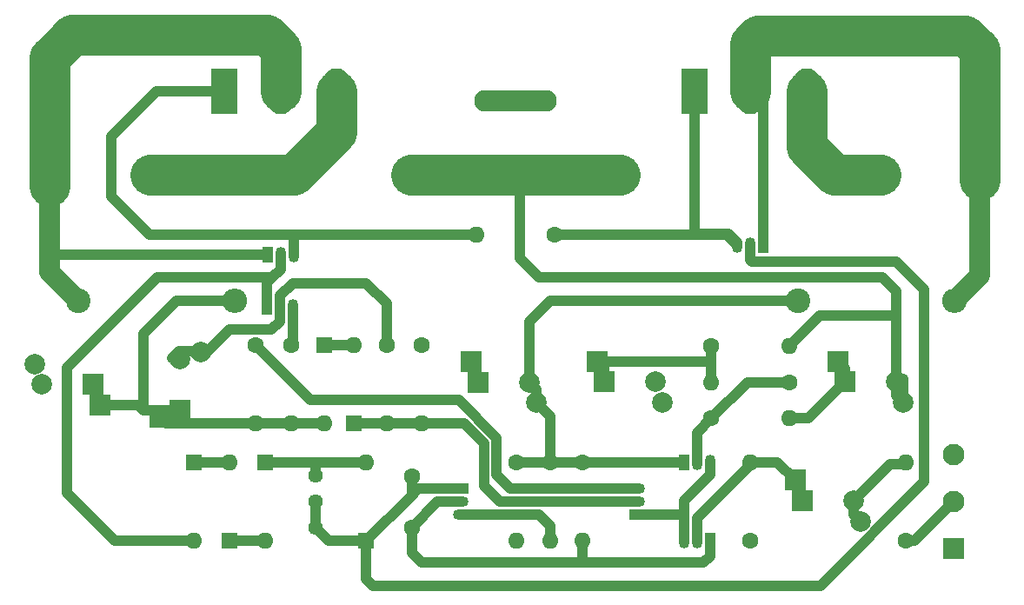
<source format=gbr>
%TF.GenerationSoftware,KiCad,Pcbnew,(6.0.0)*%
%TF.CreationDate,2022-08-29T21:40:36+01:00*%
%TF.ProjectId,Lynx amp Mini,4c796e78-2061-46d7-9020-4d696e692e6b,rev?*%
%TF.SameCoordinates,Original*%
%TF.FileFunction,Copper,L1,Top*%
%TF.FilePolarity,Positive*%
%FSLAX46Y46*%
G04 Gerber Fmt 4.6, Leading zero omitted, Abs format (unit mm)*
G04 Created by KiCad (PCBNEW (6.0.0)) date 2022-08-29 21:40:36*
%MOMM*%
%LPD*%
G01*
G04 APERTURE LIST*
G04 Aperture macros list*
%AMRoundRect*
0 Rectangle with rounded corners*
0 $1 Rounding radius*
0 $2 $3 $4 $5 $6 $7 $8 $9 X,Y pos of 4 corners*
0 Add a 4 corners polygon primitive as box body*
4,1,4,$2,$3,$4,$5,$6,$7,$8,$9,$2,$3,0*
0 Add four circle primitives for the rounded corners*
1,1,$1+$1,$2,$3*
1,1,$1+$1,$4,$5*
1,1,$1+$1,$6,$7*
1,1,$1+$1,$8,$9*
0 Add four rect primitives between the rounded corners*
20,1,$1+$1,$2,$3,$4,$5,0*
20,1,$1+$1,$4,$5,$6,$7,0*
20,1,$1+$1,$6,$7,$8,$9,0*
20,1,$1+$1,$8,$9,$2,$3,0*%
G04 Aperture macros list end*
%TA.AperFunction,ComponentPad*%
%ADD10RoundRect,0.250001X0.799999X-0.799999X0.799999X0.799999X-0.799999X0.799999X-0.799999X-0.799999X0*%
%TD*%
%TA.AperFunction,ComponentPad*%
%ADD11C,2.100000*%
%TD*%
%TA.AperFunction,ComponentPad*%
%ADD12C,1.600000*%
%TD*%
%TA.AperFunction,ComponentPad*%
%ADD13O,1.600000X1.600000*%
%TD*%
%TA.AperFunction,ComponentPad*%
%ADD14R,1.600000X1.600000*%
%TD*%
%TA.AperFunction,ComponentPad*%
%ADD15C,2.400000*%
%TD*%
%TA.AperFunction,ComponentPad*%
%ADD16O,2.400000X2.400000*%
%TD*%
%TA.AperFunction,ComponentPad*%
%ADD17R,2.000000X2.000000*%
%TD*%
%TA.AperFunction,ComponentPad*%
%ADD18C,2.000000*%
%TD*%
%TA.AperFunction,ComponentPad*%
%ADD19O,5.000000X2.100000*%
%TD*%
%TA.AperFunction,ComponentPad*%
%ADD20R,1.050000X1.500000*%
%TD*%
%TA.AperFunction,ComponentPad*%
%ADD21O,1.050000X1.500000*%
%TD*%
%TA.AperFunction,ComponentPad*%
%ADD22R,1.500000X1.050000*%
%TD*%
%TA.AperFunction,ComponentPad*%
%ADD23O,1.500000X1.050000*%
%TD*%
%TA.AperFunction,ComponentPad*%
%ADD24O,2.100000X5.000000*%
%TD*%
%TA.AperFunction,ComponentPad*%
%ADD25C,1.440000*%
%TD*%
%TA.AperFunction,ComponentPad*%
%ADD26R,2.500000X4.500000*%
%TD*%
%TA.AperFunction,ComponentPad*%
%ADD27O,2.500000X4.500000*%
%TD*%
%TA.AperFunction,Conductor*%
%ADD28C,1.000000*%
%TD*%
%TA.AperFunction,Conductor*%
%ADD29C,4.000000*%
%TD*%
%TA.AperFunction,Conductor*%
%ADD30C,2.000000*%
%TD*%
G04 APERTURE END LIST*
D10*
%TO.P,POT opt,1,1*%
%TO.N,IN*%
X167460000Y-82387911D03*
D11*
%TO.P,POT opt,2,2*%
%TO.N,Net-(R1-Pad1)*%
X167460000Y-77787911D03*
%TO.P,POT opt,3,3*%
%TO.N,GND*%
X167460000Y-73187911D03*
%TD*%
D12*
%TO.P,R8,1*%
%TO.N,Net-(Q3-Pad2)*%
X143867094Y-69658167D03*
D13*
%TO.P,R8,2*%
%TO.N,Net-(C5-Pad1)*%
X151487094Y-69658167D03*
%TD*%
D14*
%TO.P,D5,1,K*%
%TO.N,Net-(D5-Pad1)*%
X96920823Y-81620000D03*
D13*
%TO.P,D5,2,A*%
%TO.N,Net-(D4-Pad1)*%
X96920823Y-74000000D03*
%TD*%
D12*
%TO.P,R15,1*%
%TO.N,Net-(Q7-Pad3)*%
X128605000Y-51770000D03*
D13*
%TO.P,R15,2*%
%TO.N,Net-(Q6-Pad3)*%
X120985000Y-51770000D03*
%TD*%
D12*
%TO.P,R6,1*%
%TO.N,Net-(C6-Pad2)*%
X124897305Y-73940000D03*
D13*
%TO.P,R6,2*%
%TO.N,GND*%
X124897305Y-81560000D03*
%TD*%
D15*
%TO.P,R16,1*%
%TO.N,OUT*%
X114600000Y-45967234D03*
D16*
%TO.P,R16,2*%
%TO.N,Net-(Q8-Pad3)*%
X89200000Y-45967234D03*
%TD*%
D17*
%TO.P,C2,1*%
%TO.N,Net-(C2-Pad1)*%
X133464628Y-66130000D03*
X132792484Y-64130000D03*
D18*
%TO.P,C2,2*%
%TO.N,GND*%
X138464628Y-66130000D03*
X139136772Y-68130000D03*
%TD*%
D15*
%TO.P,R13,1*%
%TO.N,Net-(C6-Pad2)*%
X152300000Y-58217966D03*
D16*
%TO.P,R13,2*%
%TO.N,-VDC*%
X167540000Y-58217966D03*
%TD*%
D19*
%TO.P,J2,1,Pin_1*%
%TO.N,OUT*%
X126352500Y-45967234D03*
X123272500Y-45967234D03*
%TD*%
D12*
%TO.P,R11,1*%
%TO.N,Net-(C6-Pad2)*%
X128147305Y-73940000D03*
D13*
%TO.P,R11,2*%
%TO.N,Net-(Q4-Pad3)*%
X128147305Y-81560000D03*
%TD*%
D20*
%TO.P,Q7,1,C*%
%TO.N,-VDC*%
X148960000Y-52820000D03*
D21*
%TO.P,Q7,2,B*%
%TO.N,Net-(C3-Pad2)*%
X147690000Y-52820000D03*
%TO.P,Q7,3,E*%
%TO.N,Net-(Q7-Pad3)*%
X146420000Y-52820000D03*
%TD*%
D20*
%TO.P,Q6,1,C*%
%TO.N,+VDC*%
X100630000Y-53739003D03*
D21*
%TO.P,Q6,2,B*%
%TO.N,Net-(D4-Pad2)*%
X101900000Y-53739003D03*
%TO.P,Q6,3,E*%
%TO.N,Net-(Q6-Pad3)*%
X103170000Y-53739003D03*
%TD*%
D22*
%TO.P,Q2,1,C*%
%TO.N,Net-(Q1-Pad3)*%
X136677094Y-79040588D03*
D23*
%TO.P,Q2,2,B*%
%TO.N,Net-(D2-Pad1)*%
X136677094Y-77770588D03*
%TO.P,Q2,3,E*%
%TO.N,Net-(Q2-Pad3)*%
X136677094Y-76500588D03*
%TD*%
D12*
%TO.P,R4,1*%
%TO.N,Net-(Q2-Pad3)*%
X99514628Y-62540000D03*
D13*
%TO.P,R4,2*%
%TO.N,Net-(C4-Pad1)*%
X99514628Y-70160000D03*
%TD*%
D14*
%TO.P,D2,1,K*%
%TO.N,Net-(D2-Pad1)*%
X109068454Y-70160000D03*
D13*
%TO.P,D2,2,A*%
%TO.N,Net-(D1-Pad1)*%
X109068454Y-62540000D03*
%TD*%
D12*
%TO.P,C3,1*%
%TO.N,Net-(C3-Pad1)*%
X114697425Y-80310000D03*
%TO.P,C3,2*%
%TO.N,Net-(C3-Pad2)*%
X114697425Y-75310000D03*
%TD*%
D17*
%TO.P,C1,1*%
%TO.N,Net-(C1-Pad1)*%
X152704417Y-77695411D03*
X152032273Y-75695411D03*
D18*
%TO.P,C1,2*%
%TO.N,Net-(C1-Pad2)*%
X157704417Y-77695411D03*
X158376561Y-79695411D03*
%TD*%
D24*
%TO.P,J3,1,Pin_1*%
%TO.N,-VDC*%
X169970000Y-42412616D03*
X169970000Y-45492616D03*
%TD*%
D14*
%TO.P,D3,1,K*%
%TO.N,Net-(C3-Pad2)*%
X110275823Y-81620000D03*
D13*
%TO.P,D3,2,A*%
%TO.N,Net-(D3-Pad2)*%
X110275823Y-74000000D03*
%TD*%
D25*
%TO.P,RV2,1,1*%
%TO.N,Net-(D3-Pad2)*%
X105340823Y-75260000D03*
%TO.P,RV2,2,2*%
%TO.N,Net-(C3-Pad2)*%
X105340823Y-77800000D03*
%TO.P,RV2,3,3*%
X105340823Y-80340000D03*
%TD*%
D17*
%TO.P,C7,1*%
%TO.N,Net-(C4-Pad1)*%
X84312144Y-68380000D03*
X83640000Y-66380000D03*
D18*
%TO.P,C7,2*%
%TO.N,GND*%
X77967856Y-64380000D03*
X78640000Y-66380000D03*
%TD*%
D14*
%TO.P,D4,1,K*%
%TO.N,Net-(D4-Pad1)*%
X93435823Y-74000000D03*
D13*
%TO.P,D4,2,A*%
%TO.N,Net-(D4-Pad2)*%
X93435823Y-81620000D03*
%TD*%
D20*
%TO.P,Q1,1,C*%
%TO.N,Net-(C3-Pad1)*%
X143747094Y-81611769D03*
D21*
%TO.P,Q1,2,B*%
%TO.N,Net-(C1-Pad1)*%
X142477094Y-81611769D03*
%TO.P,Q1,3,E*%
%TO.N,Net-(Q1-Pad3)*%
X141207094Y-81611769D03*
%TD*%
D17*
%TO.P,C6,1*%
%TO.N,GND*%
X121165135Y-66150000D03*
X120492991Y-64150000D03*
D18*
%TO.P,C6,2*%
%TO.N,Net-(C6-Pad2)*%
X126837279Y-68150000D03*
X126165135Y-66150000D03*
%TD*%
D22*
%TO.P,Q4,1,C*%
%TO.N,Net-(C3-Pad2)*%
X119447425Y-76540000D03*
D23*
%TO.P,Q4,2,B*%
%TO.N,Net-(C3-Pad1)*%
X119447425Y-77810000D03*
%TO.P,Q4,3,E*%
%TO.N,Net-(Q4-Pad3)*%
X119447425Y-79080000D03*
%TD*%
D14*
%TO.P,D6,1,K*%
%TO.N,Net-(D3-Pad2)*%
X100405823Y-74000000D03*
D13*
%TO.P,D6,2,A*%
%TO.N,Net-(D5-Pad1)*%
X100405823Y-81620000D03*
%TD*%
D20*
%TO.P,Q5,1,C*%
%TO.N,Net-(D4-Pad2)*%
X100600000Y-58807591D03*
D21*
%TO.P,Q5,2,B*%
%TO.N,Net-(C4-Pad2)*%
X101870000Y-58807591D03*
%TO.P,Q5,3,E*%
%TO.N,Net-(Q5-Pad3)*%
X103140000Y-58807591D03*
%TD*%
D24*
%TO.P,J4,1,Pin_1*%
%TO.N,+VDC*%
X79390000Y-42377616D03*
X79390000Y-45457616D03*
%TD*%
D12*
%TO.P,R9,1*%
%TO.N,Net-(Q3-Pad2)*%
X151487094Y-66157650D03*
D13*
%TO.P,R9,2*%
%TO.N,Net-(C2-Pad1)*%
X143867094Y-66157650D03*
%TD*%
D20*
%TO.P,Q3,1,C*%
%TO.N,Net-(C6-Pad2)*%
X141207094Y-73994208D03*
D21*
%TO.P,Q3,2,B*%
%TO.N,Net-(Q3-Pad2)*%
X142477094Y-73994208D03*
%TO.P,Q3,3,E*%
%TO.N,Net-(Q1-Pad3)*%
X143747094Y-73994208D03*
%TD*%
D26*
%TO.P,Q9,1,B*%
%TO.N,Net-(Q7-Pad3)*%
X142240000Y-37777234D03*
D27*
%TO.P,Q9,2,C*%
%TO.N,-VDC*%
X147690000Y-37777234D03*
%TO.P,Q9,3,E*%
%TO.N,Net-(Q9-Pad3)*%
X153140000Y-37777234D03*
%TD*%
D19*
%TO.P,J7,1,Pin_1*%
%TO.N,GND*%
X126352500Y-38779797D03*
X123272500Y-38779797D03*
%TD*%
D12*
%TO.P,R1,1*%
%TO.N,Net-(R1-Pad1)*%
X162789594Y-81597911D03*
D13*
%TO.P,R1,2*%
%TO.N,Net-(C1-Pad2)*%
X162789594Y-73977911D03*
%TD*%
D12*
%TO.P,R5,1*%
%TO.N,GND*%
X115687968Y-62540000D03*
D13*
%TO.P,R5,2*%
%TO.N,Net-(D2-Pad1)*%
X115687968Y-70160000D03*
%TD*%
D15*
%TO.P,R17,1*%
%TO.N,Net-(Q9-Pad3)*%
X160390000Y-45967234D03*
D16*
%TO.P,R17,2*%
%TO.N,OUT*%
X134990000Y-45967234D03*
%TD*%
D26*
%TO.P,Q8,1,B*%
%TO.N,Net-(Q6-Pad3)*%
X96450000Y-37777234D03*
D27*
%TO.P,Q8,2,C*%
%TO.N,+VDC*%
X101900000Y-37777234D03*
%TO.P,Q8,3,E*%
%TO.N,Net-(Q8-Pad3)*%
X107350000Y-37777234D03*
%TD*%
D12*
%TO.P,R3,1*%
%TO.N,Net-(C6-Pad2)*%
X131357305Y-73940000D03*
D13*
%TO.P,R3,2*%
%TO.N,Net-(C3-Pad1)*%
X131357305Y-81560000D03*
%TD*%
D12*
%TO.P,R12,1*%
%TO.N,Net-(Q5-Pad3)*%
X102949163Y-62540000D03*
D13*
%TO.P,R12,2*%
%TO.N,Net-(C4-Pad1)*%
X102949163Y-70160000D03*
%TD*%
D12*
%TO.P,R10,1*%
%TO.N,Net-(C2-Pad1)*%
X143877094Y-62657132D03*
D13*
%TO.P,R10,2*%
%TO.N,OUT*%
X151497094Y-62657132D03*
%TD*%
D15*
%TO.P,R14,1*%
%TO.N,+VDC*%
X82190758Y-58190000D03*
D16*
%TO.P,R14,2*%
%TO.N,Net-(C4-Pad1)*%
X97430758Y-58190000D03*
%TD*%
D17*
%TO.P,C4,1*%
%TO.N,Net-(C4-Pad1)*%
X90156027Y-69534821D03*
X92156027Y-68862677D03*
D18*
%TO.P,C4,2*%
%TO.N,Net-(C4-Pad2)*%
X92156027Y-63862677D03*
X94156027Y-63190533D03*
%TD*%
D12*
%TO.P,R7,1*%
%TO.N,Net-(C4-Pad2)*%
X112253211Y-62540000D03*
D13*
%TO.P,R7,2*%
%TO.N,Net-(D2-Pad1)*%
X112253211Y-70160000D03*
%TD*%
D14*
%TO.P,D1,1,K*%
%TO.N,Net-(D1-Pad1)*%
X106133697Y-62540000D03*
D13*
%TO.P,D1,2,A*%
%TO.N,Net-(C4-Pad1)*%
X106133697Y-70160000D03*
%TD*%
D17*
%TO.P,C5,1*%
%TO.N,Net-(C5-Pad1)*%
X156874628Y-66130000D03*
X156202484Y-64130000D03*
D18*
%TO.P,C5,2*%
%TO.N,OUT*%
X162546772Y-68130000D03*
X161874628Y-66130000D03*
%TD*%
D12*
%TO.P,R2,1*%
%TO.N,GND*%
X147676203Y-81597911D03*
D13*
%TO.P,R2,2*%
%TO.N,Net-(C1-Pad1)*%
X147676203Y-73977911D03*
%TD*%
D28*
%TO.N,Net-(C1-Pad1)*%
X150314773Y-73977911D02*
X152032273Y-75695411D01*
X147676203Y-73977911D02*
X147676203Y-74196302D01*
X142477094Y-79395411D02*
X142477094Y-81611769D01*
X147676203Y-74196302D02*
X142477094Y-79395411D01*
X147676203Y-73977911D02*
X150314773Y-73977911D01*
%TO.N,Net-(C1-Pad2)*%
X162647505Y-74120000D02*
X162789594Y-73977911D01*
X157704417Y-79023267D02*
X158376561Y-79695411D01*
X157704417Y-77695411D02*
X161279828Y-74120000D01*
X157704417Y-77695411D02*
X157704417Y-79023267D01*
X161279828Y-74120000D02*
X162647505Y-74120000D01*
%TO.N,Net-(C2-Pad1)*%
X132792484Y-64130000D02*
X143622058Y-64130000D01*
X143867094Y-63884964D02*
X143867094Y-62667132D01*
X143622058Y-64130000D02*
X143867094Y-63884964D01*
X143867094Y-62667132D02*
X143877094Y-62657132D01*
X143867094Y-66157650D02*
X143867094Y-63884964D01*
X133464628Y-64802144D02*
X132792484Y-64130000D01*
X133464628Y-66130000D02*
X133464628Y-64802144D01*
%TO.N,Net-(C3-Pad1)*%
X114697425Y-82750120D02*
X114697425Y-80310000D01*
X143747094Y-83070211D02*
X143747094Y-81611769D01*
X131357305Y-83610000D02*
X131457305Y-83710000D01*
X131357305Y-81560000D02*
X131357305Y-83610000D01*
X117197425Y-77810000D02*
X114697425Y-80310000D01*
X115657305Y-83710000D02*
X114697425Y-82750120D01*
X119447425Y-77810000D02*
X117197425Y-77810000D01*
X133397305Y-83710000D02*
X143107305Y-83710000D01*
X131457305Y-83710000D02*
X115657305Y-83710000D01*
X143107305Y-83710000D02*
X143747094Y-83070211D01*
X133397305Y-83710000D02*
X131457305Y-83710000D01*
%TO.N,Net-(C3-Pad2)*%
X147690000Y-52820000D02*
X147690000Y-54224022D01*
X147845978Y-54380000D02*
X152610000Y-54380000D01*
X110275823Y-85275823D02*
X110950000Y-85950000D01*
X105340823Y-77800000D02*
X105340823Y-80340000D01*
X164630000Y-57140000D02*
X164630000Y-65260000D01*
X154525445Y-85950000D02*
X164630000Y-75845445D01*
X164630000Y-65260000D02*
X164630000Y-63669003D01*
X114697425Y-75310000D02*
X114697425Y-77198397D01*
X161870000Y-54380000D02*
X164630000Y-57140000D01*
X115355823Y-76540000D02*
X114627911Y-77267911D01*
X164630000Y-75845445D02*
X164630000Y-65260000D01*
X114697425Y-77198397D02*
X114627911Y-77267911D01*
X119447425Y-76540000D02*
X115355823Y-76540000D01*
X114627911Y-77267911D02*
X110275823Y-81620000D01*
X110275823Y-81620000D02*
X110275823Y-85275823D01*
X152610000Y-54380000D02*
X155340998Y-54380000D01*
X106620823Y-81620000D02*
X105340823Y-80340000D01*
X110950000Y-85950000D02*
X154525445Y-85950000D01*
X152610000Y-54380000D02*
X161870000Y-54380000D01*
X110275823Y-81620000D02*
X106620823Y-81620000D01*
X119447425Y-76540000D02*
X115927425Y-76540000D01*
X147690000Y-54224022D02*
X147845978Y-54380000D01*
%TO.N,Net-(C4-Pad1)*%
X88084646Y-68380000D02*
X88567323Y-68862677D01*
X91800000Y-58190000D02*
X88567323Y-61422677D01*
X88567323Y-68862677D02*
X92156027Y-68862677D01*
X102949163Y-70160000D02*
X90781206Y-70160000D01*
X84312144Y-68380000D02*
X88084646Y-68380000D01*
X90781206Y-70160000D02*
X90156027Y-69534821D01*
X106133697Y-70160000D02*
X102949163Y-70160000D01*
X88567323Y-61422677D02*
X88567323Y-68862677D01*
X97430758Y-58190000D02*
X91800000Y-58190000D01*
%TO.N,Net-(C4-Pad2)*%
X103090000Y-56490000D02*
X110240000Y-56490000D01*
X101870000Y-58807591D02*
X101870000Y-57710000D01*
X101870000Y-60211613D02*
X101870000Y-58807591D01*
X92006548Y-63160533D02*
X94834095Y-63160533D01*
X96954139Y-61040489D02*
X101041124Y-61040489D01*
X110240000Y-56490000D02*
X112253211Y-58503211D01*
X94834095Y-63160533D02*
X96954139Y-61040489D01*
X112253211Y-58503211D02*
X112253211Y-62540000D01*
X91334404Y-63832677D02*
X92006548Y-63160533D01*
X101041124Y-61040489D02*
X101870000Y-60211613D01*
X101870000Y-57710000D02*
X103090000Y-56490000D01*
%TO.N,Net-(C5-Pad1)*%
X156874628Y-64802144D02*
X156202484Y-64130000D01*
X156874628Y-66130000D02*
X156874628Y-64802144D01*
X151487094Y-69658167D02*
X153346461Y-69658167D01*
X153346461Y-69658167D02*
X156874628Y-66130000D01*
%TO.N,OUT*%
X125180000Y-54050000D02*
X125555000Y-54425000D01*
D29*
X134990000Y-45967234D02*
X126372766Y-45967234D01*
D28*
X151497094Y-62657132D02*
X151457133Y-62617171D01*
X125555000Y-54425000D02*
X126130000Y-55000000D01*
X161874628Y-59695372D02*
X161874628Y-57294628D01*
X126372766Y-45967234D02*
X125180000Y-47160000D01*
X151497094Y-62657132D02*
X154472113Y-59682113D01*
X125180000Y-47160000D02*
X125180000Y-54050000D01*
X161861369Y-59682113D02*
X161874628Y-59695372D01*
X160500000Y-55920000D02*
X127050000Y-55920000D01*
X161874628Y-66130000D02*
X161874628Y-59695372D01*
X161874628Y-66130000D02*
X161874628Y-67457856D01*
X154472113Y-59682113D02*
X161861369Y-59682113D01*
X127050000Y-55920000D02*
X125555000Y-54425000D01*
X161874628Y-57294628D02*
X160500000Y-55920000D01*
X162546772Y-65843228D02*
X162546772Y-68130000D01*
X161874628Y-67457856D02*
X162546772Y-68130000D01*
D29*
X126372766Y-45967234D02*
X114600000Y-45967234D01*
D28*
%TO.N,Net-(C6-Pad2)*%
X126140000Y-60250000D02*
X126165135Y-60275135D01*
X131357305Y-73940000D02*
X141152886Y-73940000D01*
X131362558Y-73940588D02*
X124972053Y-73940588D01*
X152300000Y-58217966D02*
X128222304Y-58217966D01*
X128172034Y-58217966D02*
X126140000Y-60250000D01*
X141152886Y-73940000D02*
X141207094Y-73994208D01*
X128222304Y-58217966D02*
X126165135Y-60275135D01*
X128147305Y-69460026D02*
X126837279Y-68150000D01*
X126837279Y-66822144D02*
X126165135Y-66150000D01*
X126837279Y-68150000D02*
X126837279Y-66822144D01*
X126165135Y-60275135D02*
X126165135Y-66150000D01*
X124972053Y-73940588D02*
X124932053Y-73980588D01*
X128147305Y-73940000D02*
X128147305Y-69460026D01*
%TO.N,Net-(D1-Pad1)*%
X106133697Y-62540000D02*
X109068454Y-62540000D01*
%TO.N,Net-(D2-Pad1)*%
X121770000Y-76242032D02*
X123298556Y-77770588D01*
X115687968Y-70160000D02*
X109068454Y-70160000D01*
X121770000Y-72100000D02*
X121770000Y-76242032D01*
X115687968Y-70160000D02*
X119830000Y-70160000D01*
X119830000Y-70160000D02*
X121770000Y-72100000D01*
X123298556Y-77770588D02*
X136677094Y-77770588D01*
%TO.N,Net-(D3-Pad2)*%
X105340823Y-75260000D02*
X105340823Y-74149106D01*
X105489929Y-74000000D02*
X100405823Y-74000000D01*
X110275823Y-74000000D02*
X105489929Y-74000000D01*
X105340823Y-74149106D02*
X105489929Y-74000000D01*
%TO.N,Net-(D4-Pad1)*%
X93435823Y-74000000D02*
X96920823Y-74000000D01*
%TO.N,Net-(D4-Pad2)*%
X101900000Y-53739003D02*
X101900000Y-55143025D01*
X85800000Y-81620000D02*
X93435823Y-81620000D01*
X101126513Y-55916513D02*
X100600000Y-56443025D01*
X81100000Y-64770000D02*
X81100000Y-76920000D01*
X81100000Y-76920000D02*
X85800000Y-81620000D01*
X101126513Y-55916513D02*
X89953487Y-55916513D01*
X101900000Y-55143025D02*
X101126513Y-55916513D01*
X100600000Y-56443025D02*
X100600000Y-58807591D01*
X89953487Y-55916513D02*
X81100000Y-64770000D01*
%TO.N,Net-(D5-Pad1)*%
X96920823Y-81620000D02*
X100405823Y-81620000D01*
D29*
%TO.N,-VDC*%
X170010000Y-46028411D02*
X170010000Y-33790000D01*
X147690000Y-37777234D02*
X147690000Y-33120000D01*
D30*
X170020000Y-55762966D02*
X170020000Y-55051697D01*
X170020000Y-53010000D02*
X170020000Y-41326499D01*
D29*
X169970000Y-45988411D02*
X170010000Y-46028411D01*
X169970000Y-41412616D02*
X169970000Y-45988411D01*
D28*
X148960000Y-52820000D02*
X148960000Y-39047234D01*
D30*
X167565000Y-58217966D02*
X170020000Y-55762966D01*
D29*
X148440000Y-32370000D02*
X168590000Y-32370000D01*
D28*
X170010997Y-53019003D02*
X170020000Y-53010000D01*
X170010000Y-49600000D02*
X170010000Y-46028411D01*
D29*
X169970000Y-41412616D02*
X169970000Y-46492616D01*
D28*
X148960000Y-39047234D02*
X147690000Y-37777234D01*
D29*
X147690000Y-33120000D02*
X148440000Y-32370000D01*
D30*
X170020000Y-55051697D02*
X170020000Y-53010000D01*
D29*
X170010000Y-33790000D02*
X168590000Y-32370000D01*
D30*
X170020000Y-41326499D02*
X170010000Y-41316499D01*
D29*
%TO.N,+VDC*%
X79430000Y-34480000D02*
X79480000Y-34480000D01*
X101900000Y-33680000D02*
X101900000Y-37777234D01*
X79430000Y-47078411D02*
X79430000Y-34480000D01*
D30*
X79430000Y-55429242D02*
X82190758Y-58190000D01*
D29*
X100570000Y-32350000D02*
X101900000Y-33680000D01*
D30*
X79430000Y-41281499D02*
X79430000Y-53360000D01*
D28*
X79809003Y-53739003D02*
X79430000Y-53360000D01*
D30*
X79430000Y-53360000D02*
X79430000Y-55429242D01*
D28*
X80061589Y-47710000D02*
X79430000Y-47078411D01*
X100630000Y-53739003D02*
X79809003Y-53739003D01*
D29*
X81610000Y-32350000D02*
X100570000Y-32350000D01*
X79480000Y-34480000D02*
X81610000Y-32350000D01*
D28*
%TO.N,Net-(Q1-Pad3)*%
X143747094Y-75182906D02*
X143747094Y-73994208D01*
X141207094Y-77722906D02*
X143747094Y-75182906D01*
X136677094Y-79040588D02*
X141067094Y-79040588D01*
X141207094Y-81611769D02*
X141207094Y-80067094D01*
X141207094Y-79180588D02*
X141067094Y-79040588D01*
X141207094Y-80067094D02*
X141207094Y-79180588D01*
X141207094Y-80067094D02*
X141207094Y-77722906D01*
%TO.N,Net-(Q2-Pad3)*%
X122969511Y-75163147D02*
X124306952Y-76500588D01*
X104852795Y-67878167D02*
X119278167Y-67878167D01*
X99514628Y-62540000D02*
X104852795Y-67878167D01*
X119278167Y-67878167D02*
X122969511Y-71569511D01*
X122969511Y-71569511D02*
X122969511Y-75163147D01*
X124306952Y-76500588D02*
X136677094Y-76500588D01*
%TO.N,Net-(Q3-Pad2)*%
X151487094Y-66157650D02*
X147367611Y-66157650D01*
X142477094Y-71048167D02*
X142477094Y-73994208D01*
X147367611Y-66157650D02*
X143867094Y-69658167D01*
X143867094Y-69658167D02*
X142477094Y-71048167D01*
%TO.N,Net-(Q4-Pad3)*%
X127117305Y-79080000D02*
X128147305Y-80110000D01*
X128147305Y-80110000D02*
X128147305Y-81560000D01*
X119447425Y-79080000D02*
X127117305Y-79080000D01*
%TO.N,Net-(Q5-Pad3)*%
X103140000Y-62349163D02*
X102949163Y-62540000D01*
X103140000Y-58807591D02*
X103140000Y-62349163D01*
%TO.N,Net-(Q6-Pad3)*%
X103170000Y-53739003D02*
X103170000Y-51920000D01*
X96450000Y-37777234D02*
X89852766Y-37777234D01*
X85425000Y-42205000D02*
X85425000Y-48045000D01*
X89150000Y-51770000D02*
X95510000Y-51770000D01*
X85425000Y-48045000D02*
X89150000Y-51770000D01*
X103320000Y-51770000D02*
X95510000Y-51770000D01*
X120985000Y-51770000D02*
X103320000Y-51770000D01*
X103170000Y-51920000D02*
X103320000Y-51770000D01*
X89852766Y-37777234D02*
X85425000Y-42205000D01*
%TO.N,Net-(Q7-Pad3)*%
X145370000Y-51770000D02*
X146420000Y-52820000D01*
X142240000Y-51680000D02*
X145530000Y-51680000D01*
X145530000Y-51680000D02*
X146420000Y-52570000D01*
X128605000Y-51770000D02*
X145370000Y-51770000D01*
X142240000Y-49370000D02*
X142240000Y-51680000D01*
X142240000Y-37777234D02*
X142240000Y-49370000D01*
X146420000Y-52570000D02*
X146420000Y-52820000D01*
X142240000Y-49370000D02*
X142240000Y-50200000D01*
%TO.N,Net-(R1-Pad1)*%
X162789594Y-81597911D02*
X163699594Y-81597911D01*
X163699594Y-81597911D02*
X167509594Y-77787911D01*
D29*
%TO.N,Net-(Q8-Pad3)*%
X103170000Y-45967234D02*
X89200000Y-45967234D01*
X107350000Y-37777234D02*
X107350000Y-41787234D01*
X107350000Y-41787234D02*
X103170000Y-45967234D01*
%TO.N,Net-(Q9-Pad3)*%
X155900000Y-45967234D02*
X160390000Y-45967234D01*
X153140000Y-37777234D02*
X153140000Y-43207234D01*
X153140000Y-43207234D02*
X155900000Y-45967234D01*
%TD*%
M02*

</source>
